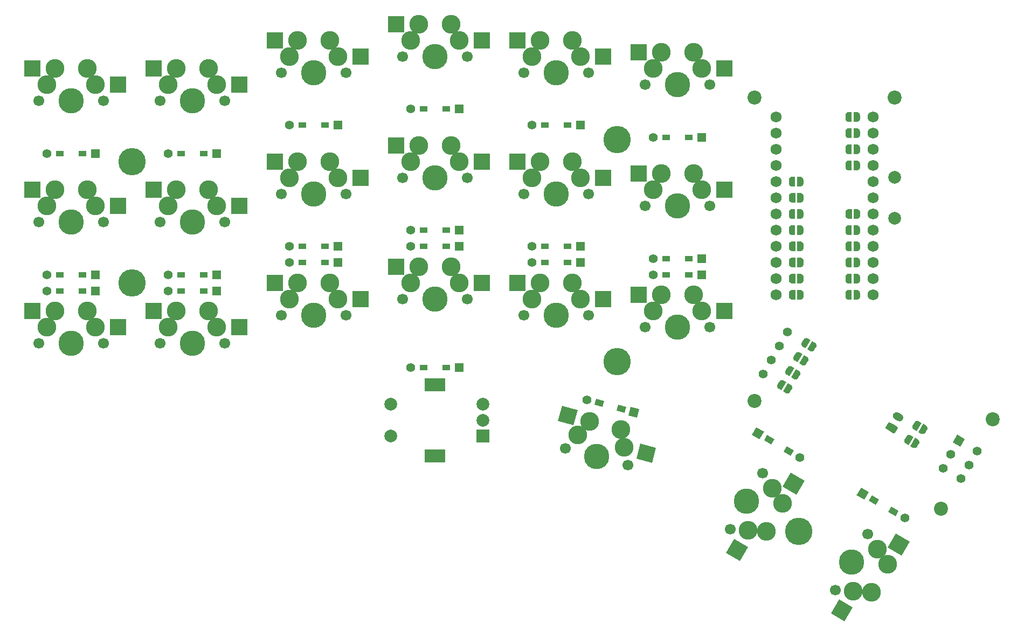
<source format=gbr>
%TF.GenerationSoftware,KiCad,Pcbnew,(5.1.9-0-10_14)*%
%TF.CreationDate,2021-10-14T21:57:33+01:00*%
%TF.ProjectId,edoxpcb,65646f78-7063-4622-9e6b-696361645f70,rev?*%
%TF.SameCoordinates,Original*%
%TF.FileFunction,Soldermask,Top*%
%TF.FilePolarity,Negative*%
%FSLAX46Y46*%
G04 Gerber Fmt 4.6, Leading zero omitted, Abs format (unit mm)*
G04 Created by KiCad (PCBNEW (5.1.9-0-10_14)) date 2021-10-14 21:57:33*
%MOMM*%
%LPD*%
G01*
G04 APERTURE LIST*
%ADD10C,4.300000*%
%ADD11C,1.752600*%
%ADD12C,1.397000*%
%ADD13R,2.000000X2.000000*%
%ADD14C,2.000000*%
%ADD15R,3.200000X2.000000*%
%ADD16C,1.700000*%
%ADD17R,2.550000X2.500000*%
%ADD18C,2.950000*%
%ADD19C,3.980180*%
%ADD20C,0.100000*%
%ADD21C,1.400000*%
%ADD22C,2.200000*%
%ADD23R,1.300000X0.950000*%
%ADD24R,1.397000X1.397000*%
G04 APERTURE END LIST*
D10*
%TO.C,H5*%
X57746536Y-49946449D03*
%TD*%
D11*
%TO.C,U0*%
X97966533Y-34401450D03*
X97966533Y-14081450D03*
X82726533Y-21701450D03*
X82726533Y-19161450D03*
X97966533Y-26781450D03*
X97966533Y-29321450D03*
X82726533Y-11541450D03*
X82726533Y-14081450D03*
X82726533Y-34401450D03*
X97966533Y-11541450D03*
X97966533Y-16621450D03*
X97966533Y-39481450D03*
X97966533Y-31861450D03*
X97966533Y-36941450D03*
X82726533Y-29321450D03*
X82726533Y-16621450D03*
X82726533Y-24241450D03*
X97966533Y-21701450D03*
X97966533Y-19161450D03*
X82726533Y-26781450D03*
X82726533Y-36941450D03*
X82726533Y-31861450D03*
X97966533Y-24241450D03*
X82726533Y-39481450D03*
%TD*%
D12*
%TO.C,OL1*%
X80685531Y-51959564D03*
X81955531Y-49759859D03*
X83225531Y-47560155D03*
X84495531Y-45360450D03*
%TD*%
D13*
%TO.C,SW32*%
X36672154Y-61710810D03*
D14*
X36672154Y-59210810D03*
X36672154Y-56710810D03*
D15*
X29172154Y-64810810D03*
X29172154Y-53610810D03*
D14*
X22172154Y-61710810D03*
X22172154Y-56710810D03*
%TD*%
%TO.C,SWRST1*%
X101371531Y-27491451D03*
X101371531Y-20991451D03*
%TD*%
D16*
%TO.C,SW25*%
X72351536Y-44606447D03*
X62191536Y-44606447D03*
D17*
X74631536Y-42066447D03*
D18*
X64731536Y-39526447D03*
X69811536Y-39526447D03*
X63461536Y-42066447D03*
D19*
X67271536Y-44606447D03*
D17*
X61181536Y-39526447D03*
D18*
X71081536Y-42066447D03*
%TD*%
D20*
%TO.C,SWPOW1*%
G36*
X111204377Y-61439526D02*
G01*
X112416813Y-62139526D01*
X111716813Y-63351962D01*
X110504377Y-62651962D01*
X111204377Y-61439526D01*
G37*
D21*
X110210595Y-64560808D03*
X108960595Y-66725871D03*
X114318479Y-64045744D03*
X113068479Y-66210808D03*
X111818479Y-68375871D03*
%TD*%
%TO.C,BT1*%
G36*
G01*
X101145800Y-61220590D02*
X100063266Y-60595589D01*
G75*
G02*
X99971761Y-60254085I125000J216505D01*
G01*
X100321762Y-59647866D01*
G75*
G02*
X100663267Y-59556360I216505J-124999D01*
G01*
X101745800Y-60181361D01*
G75*
G02*
X101837305Y-60522865I-125000J-216505D01*
G01*
X101487304Y-61129084D01*
G75*
G02*
X101145800Y-61220590I-216505J124999D01*
G01*
G37*
G36*
G01*
X101842690Y-59313540D02*
X101366376Y-59038540D01*
G75*
G02*
X101146761Y-58218925I300000J519615D01*
G01*
X101146761Y-58218925D01*
G75*
G02*
X101966376Y-57999310I519615J-300000D01*
G01*
X102442690Y-58274310D01*
G75*
G02*
X102662305Y-59093925I-300000J-519615D01*
G01*
X102662305Y-59093925D01*
G75*
G02*
X101842690Y-59313540I-519615J300000D01*
G01*
G37*
%TD*%
D10*
%TO.C,H4*%
X86320536Y-76679450D03*
%TD*%
%TO.C,H3*%
X57746536Y-15076449D03*
%TD*%
%TO.C,H2*%
X-18453464Y-37621449D03*
%TD*%
%TO.C,H1*%
X-18453464Y-18571449D03*
%TD*%
D22*
%TO.C,H10*%
X116790536Y-59052449D03*
%TD*%
%TO.C,H9*%
X108690536Y-73082448D03*
%TD*%
%TO.C,H8*%
X79321537Y-56125448D03*
%TD*%
%TO.C,H7*%
X101371535Y-8506449D03*
%TD*%
%TO.C,H6*%
X79321536Y-8506449D03*
%TD*%
D20*
%TO.C,JPRSTF1*%
G36*
X95426533Y-15872051D02*
G01*
X95451067Y-15872051D01*
X95499898Y-15876861D01*
X95548023Y-15886433D01*
X95594978Y-15900677D01*
X95640311Y-15919454D01*
X95683584Y-15942585D01*
X95724383Y-15969845D01*
X95762312Y-16000973D01*
X95797009Y-16035670D01*
X95828137Y-16073599D01*
X95855397Y-16114398D01*
X95878528Y-16157671D01*
X95897305Y-16203004D01*
X95911549Y-16249959D01*
X95921121Y-16298084D01*
X95925931Y-16346915D01*
X95925931Y-16371449D01*
X95926533Y-16371449D01*
X95926533Y-16871449D01*
X95925931Y-16871449D01*
X95925931Y-16895983D01*
X95921121Y-16944814D01*
X95911549Y-16992939D01*
X95897305Y-17039894D01*
X95878528Y-17085227D01*
X95855397Y-17128500D01*
X95828137Y-17169299D01*
X95797009Y-17207228D01*
X95762312Y-17241925D01*
X95724383Y-17273053D01*
X95683584Y-17300313D01*
X95640311Y-17323444D01*
X95594978Y-17342221D01*
X95548023Y-17356465D01*
X95499898Y-17366037D01*
X95451067Y-17370847D01*
X95426533Y-17370847D01*
X95426533Y-17371449D01*
X94926533Y-17371449D01*
X94926533Y-15871449D01*
X95426533Y-15871449D01*
X95426533Y-15872051D01*
G37*
G36*
X94626533Y-17371449D02*
G01*
X94126533Y-17371449D01*
X94126533Y-17370847D01*
X94101999Y-17370847D01*
X94053168Y-17366037D01*
X94005043Y-17356465D01*
X93958088Y-17342221D01*
X93912755Y-17323444D01*
X93869482Y-17300313D01*
X93828683Y-17273053D01*
X93790754Y-17241925D01*
X93756057Y-17207228D01*
X93724929Y-17169299D01*
X93697669Y-17128500D01*
X93674538Y-17085227D01*
X93655761Y-17039894D01*
X93641517Y-16992939D01*
X93631945Y-16944814D01*
X93627135Y-16895983D01*
X93627135Y-16871449D01*
X93626533Y-16871449D01*
X93626533Y-16371449D01*
X93627135Y-16371449D01*
X93627135Y-16346915D01*
X93631945Y-16298084D01*
X93641517Y-16249959D01*
X93655761Y-16203004D01*
X93674538Y-16157671D01*
X93697669Y-16114398D01*
X93724929Y-16073599D01*
X93756057Y-16035670D01*
X93790754Y-16000973D01*
X93828683Y-15969845D01*
X93869482Y-15942585D01*
X93912755Y-15919454D01*
X93958088Y-15900677D01*
X94005043Y-15886433D01*
X94053168Y-15876861D01*
X94101999Y-15872051D01*
X94126533Y-15872051D01*
X94126533Y-15871449D01*
X94626533Y-15871449D01*
X94626533Y-17371449D01*
G37*
%TD*%
%TO.C,JPOVCCF1*%
G36*
X84433984Y-52055301D02*
G01*
X84412737Y-52043034D01*
X84372853Y-52014453D01*
X84335962Y-51982101D01*
X84302419Y-51946287D01*
X84272548Y-51907360D01*
X84246638Y-51865691D01*
X84224935Y-51821684D01*
X84207652Y-51775761D01*
X84194952Y-51728364D01*
X84186959Y-51679953D01*
X84183750Y-51630990D01*
X84185355Y-51581949D01*
X84191760Y-51533301D01*
X84202902Y-51485515D01*
X84218675Y-51439051D01*
X84238925Y-51394357D01*
X84251192Y-51373110D01*
X84250670Y-51372809D01*
X84500670Y-50939797D01*
X84501192Y-50940098D01*
X84513459Y-50918851D01*
X84542040Y-50878967D01*
X84574392Y-50842075D01*
X84610205Y-50808533D01*
X84649133Y-50778662D01*
X84690801Y-50752752D01*
X84734809Y-50731049D01*
X84780731Y-50713766D01*
X84828128Y-50701066D01*
X84876539Y-50693072D01*
X84925502Y-50689864D01*
X84974543Y-50691468D01*
X85023191Y-50697874D01*
X85070978Y-50709015D01*
X85117441Y-50724788D01*
X85162135Y-50745038D01*
X85183382Y-50757305D01*
X85183683Y-50756784D01*
X85616696Y-51006784D01*
X84866696Y-52305822D01*
X84433683Y-52055822D01*
X84433984Y-52055301D01*
G37*
G36*
X85876504Y-51156784D02*
G01*
X86309517Y-51406784D01*
X86309216Y-51407305D01*
X86330463Y-51419572D01*
X86370347Y-51448153D01*
X86407238Y-51480505D01*
X86440781Y-51516319D01*
X86470652Y-51555246D01*
X86496562Y-51596915D01*
X86518265Y-51640922D01*
X86535548Y-51686845D01*
X86548248Y-51734242D01*
X86556241Y-51782653D01*
X86559450Y-51831616D01*
X86557845Y-51880657D01*
X86551440Y-51929305D01*
X86540298Y-51977091D01*
X86524525Y-52023555D01*
X86504275Y-52068249D01*
X86492008Y-52089496D01*
X86492530Y-52089797D01*
X86242530Y-52522809D01*
X86242008Y-52522508D01*
X86229741Y-52543755D01*
X86201160Y-52583639D01*
X86168808Y-52620531D01*
X86132995Y-52654073D01*
X86094067Y-52683944D01*
X86052399Y-52709854D01*
X86008391Y-52731557D01*
X85962469Y-52748840D01*
X85915072Y-52761540D01*
X85866661Y-52769534D01*
X85817698Y-52772742D01*
X85768657Y-52771138D01*
X85720009Y-52764732D01*
X85672222Y-52753591D01*
X85625759Y-52737818D01*
X85581065Y-52717568D01*
X85559818Y-52705301D01*
X85559517Y-52705822D01*
X85126504Y-52455822D01*
X85876504Y-51156784D01*
G37*
%TD*%
%TO.C,JPOSDAF1*%
G36*
X86973986Y-47655892D02*
G01*
X86952739Y-47643625D01*
X86912855Y-47615044D01*
X86875964Y-47582692D01*
X86842421Y-47546878D01*
X86812550Y-47507951D01*
X86786640Y-47466282D01*
X86764937Y-47422275D01*
X86747654Y-47376352D01*
X86734954Y-47328955D01*
X86726961Y-47280544D01*
X86723752Y-47231581D01*
X86725357Y-47182540D01*
X86731762Y-47133892D01*
X86742904Y-47086106D01*
X86758677Y-47039642D01*
X86778927Y-46994948D01*
X86791194Y-46973701D01*
X86790672Y-46973400D01*
X87040672Y-46540388D01*
X87041194Y-46540689D01*
X87053461Y-46519442D01*
X87082042Y-46479558D01*
X87114394Y-46442666D01*
X87150207Y-46409124D01*
X87189135Y-46379253D01*
X87230803Y-46353343D01*
X87274811Y-46331640D01*
X87320733Y-46314357D01*
X87368130Y-46301657D01*
X87416541Y-46293663D01*
X87465504Y-46290455D01*
X87514545Y-46292059D01*
X87563193Y-46298465D01*
X87610980Y-46309606D01*
X87657443Y-46325379D01*
X87702137Y-46345629D01*
X87723384Y-46357896D01*
X87723685Y-46357375D01*
X88156698Y-46607375D01*
X87406698Y-47906413D01*
X86973685Y-47656413D01*
X86973986Y-47655892D01*
G37*
G36*
X88416506Y-46757375D02*
G01*
X88849519Y-47007375D01*
X88849218Y-47007896D01*
X88870465Y-47020163D01*
X88910349Y-47048744D01*
X88947240Y-47081096D01*
X88980783Y-47116910D01*
X89010654Y-47155837D01*
X89036564Y-47197506D01*
X89058267Y-47241513D01*
X89075550Y-47287436D01*
X89088250Y-47334833D01*
X89096243Y-47383244D01*
X89099452Y-47432207D01*
X89097847Y-47481248D01*
X89091442Y-47529896D01*
X89080300Y-47577682D01*
X89064527Y-47624146D01*
X89044277Y-47668840D01*
X89032010Y-47690087D01*
X89032532Y-47690388D01*
X88782532Y-48123400D01*
X88782010Y-48123099D01*
X88769743Y-48144346D01*
X88741162Y-48184230D01*
X88708810Y-48221122D01*
X88672997Y-48254664D01*
X88634069Y-48284535D01*
X88592401Y-48310445D01*
X88548393Y-48332148D01*
X88502471Y-48349431D01*
X88455074Y-48362131D01*
X88406663Y-48370125D01*
X88357700Y-48373333D01*
X88308659Y-48371729D01*
X88260011Y-48365323D01*
X88212224Y-48354182D01*
X88165761Y-48338409D01*
X88121067Y-48318159D01*
X88099820Y-48305892D01*
X88099519Y-48306413D01*
X87666506Y-48056413D01*
X88416506Y-46757375D01*
G37*
%TD*%
%TO.C,JPOSCLF1*%
G36*
X85703988Y-49855595D02*
G01*
X85682741Y-49843328D01*
X85642857Y-49814747D01*
X85605966Y-49782395D01*
X85572423Y-49746581D01*
X85542552Y-49707654D01*
X85516642Y-49665985D01*
X85494939Y-49621978D01*
X85477656Y-49576055D01*
X85464956Y-49528658D01*
X85456963Y-49480247D01*
X85453754Y-49431284D01*
X85455359Y-49382243D01*
X85461764Y-49333595D01*
X85472906Y-49285809D01*
X85488679Y-49239345D01*
X85508929Y-49194651D01*
X85521196Y-49173404D01*
X85520674Y-49173103D01*
X85770674Y-48740091D01*
X85771196Y-48740392D01*
X85783463Y-48719145D01*
X85812044Y-48679261D01*
X85844396Y-48642369D01*
X85880209Y-48608827D01*
X85919137Y-48578956D01*
X85960805Y-48553046D01*
X86004813Y-48531343D01*
X86050735Y-48514060D01*
X86098132Y-48501360D01*
X86146543Y-48493366D01*
X86195506Y-48490158D01*
X86244547Y-48491762D01*
X86293195Y-48498168D01*
X86340982Y-48509309D01*
X86387445Y-48525082D01*
X86432139Y-48545332D01*
X86453386Y-48557599D01*
X86453687Y-48557078D01*
X86886700Y-48807078D01*
X86136700Y-50106116D01*
X85703687Y-49856116D01*
X85703988Y-49855595D01*
G37*
G36*
X87146508Y-48957078D02*
G01*
X87579521Y-49207078D01*
X87579220Y-49207599D01*
X87600467Y-49219866D01*
X87640351Y-49248447D01*
X87677242Y-49280799D01*
X87710785Y-49316613D01*
X87740656Y-49355540D01*
X87766566Y-49397209D01*
X87788269Y-49441216D01*
X87805552Y-49487139D01*
X87818252Y-49534536D01*
X87826245Y-49582947D01*
X87829454Y-49631910D01*
X87827849Y-49680951D01*
X87821444Y-49729599D01*
X87810302Y-49777385D01*
X87794529Y-49823849D01*
X87774279Y-49868543D01*
X87762012Y-49889790D01*
X87762534Y-49890091D01*
X87512534Y-50323103D01*
X87512012Y-50322802D01*
X87499745Y-50344049D01*
X87471164Y-50383933D01*
X87438812Y-50420825D01*
X87402999Y-50454367D01*
X87364071Y-50484238D01*
X87322403Y-50510148D01*
X87278395Y-50531851D01*
X87232473Y-50549134D01*
X87185076Y-50561834D01*
X87136665Y-50569828D01*
X87087702Y-50573036D01*
X87038661Y-50571432D01*
X86990013Y-50565026D01*
X86942226Y-50553885D01*
X86895763Y-50538112D01*
X86851069Y-50517862D01*
X86829822Y-50505595D01*
X86829521Y-50506116D01*
X86396508Y-50256116D01*
X87146508Y-48957078D01*
G37*
%TD*%
%TO.C,JPOGNDF1*%
G36*
X83163985Y-54255005D02*
G01*
X83142738Y-54242738D01*
X83102854Y-54214157D01*
X83065963Y-54181805D01*
X83032420Y-54145991D01*
X83002549Y-54107064D01*
X82976639Y-54065395D01*
X82954936Y-54021388D01*
X82937653Y-53975465D01*
X82924953Y-53928068D01*
X82916960Y-53879657D01*
X82913751Y-53830694D01*
X82915356Y-53781653D01*
X82921761Y-53733005D01*
X82932903Y-53685219D01*
X82948676Y-53638755D01*
X82968926Y-53594061D01*
X82981193Y-53572814D01*
X82980671Y-53572513D01*
X83230671Y-53139501D01*
X83231193Y-53139802D01*
X83243460Y-53118555D01*
X83272041Y-53078671D01*
X83304393Y-53041779D01*
X83340206Y-53008237D01*
X83379134Y-52978366D01*
X83420802Y-52952456D01*
X83464810Y-52930753D01*
X83510732Y-52913470D01*
X83558129Y-52900770D01*
X83606540Y-52892776D01*
X83655503Y-52889568D01*
X83704544Y-52891172D01*
X83753192Y-52897578D01*
X83800979Y-52908719D01*
X83847442Y-52924492D01*
X83892136Y-52944742D01*
X83913383Y-52957009D01*
X83913684Y-52956488D01*
X84346697Y-53206488D01*
X83596697Y-54505526D01*
X83163684Y-54255526D01*
X83163985Y-54255005D01*
G37*
G36*
X84606505Y-53356488D02*
G01*
X85039518Y-53606488D01*
X85039217Y-53607009D01*
X85060464Y-53619276D01*
X85100348Y-53647857D01*
X85137239Y-53680209D01*
X85170782Y-53716023D01*
X85200653Y-53754950D01*
X85226563Y-53796619D01*
X85248266Y-53840626D01*
X85265549Y-53886549D01*
X85278249Y-53933946D01*
X85286242Y-53982357D01*
X85289451Y-54031320D01*
X85287846Y-54080361D01*
X85281441Y-54129009D01*
X85270299Y-54176795D01*
X85254526Y-54223259D01*
X85234276Y-54267953D01*
X85222009Y-54289200D01*
X85222531Y-54289501D01*
X84972531Y-54722513D01*
X84972009Y-54722212D01*
X84959742Y-54743459D01*
X84931161Y-54783343D01*
X84898809Y-54820235D01*
X84862996Y-54853777D01*
X84824068Y-54883648D01*
X84782400Y-54909558D01*
X84738392Y-54931261D01*
X84692470Y-54948544D01*
X84645073Y-54961244D01*
X84596662Y-54969238D01*
X84547699Y-54972446D01*
X84498658Y-54970842D01*
X84450010Y-54964436D01*
X84402223Y-54953295D01*
X84355760Y-54937522D01*
X84311066Y-54917272D01*
X84289819Y-54905005D01*
X84289518Y-54905526D01*
X83856505Y-54655526D01*
X84606505Y-53356488D01*
G37*
%TD*%
D16*
%TO.C,SW35*%
X92029533Y-85840857D03*
X97109533Y-77042039D03*
D20*
G36*
X92644206Y-87356213D02*
G01*
X94809270Y-88606213D01*
X93534270Y-90814577D01*
X91369206Y-89564577D01*
X92644206Y-87356213D01*
G37*
D18*
X100238942Y-81781743D03*
X97698942Y-86181153D03*
X98674238Y-79411891D03*
D19*
X94569533Y-81441448D03*
D20*
G36*
X101568910Y-76978171D02*
G01*
X103733974Y-78228171D01*
X102458974Y-80436535D01*
X100293910Y-79186535D01*
X101568910Y-76978171D01*
G37*
D18*
X94864238Y-86011005D03*
%TD*%
D16*
%TO.C,SW34*%
X75531535Y-76315858D03*
X80611535Y-67517040D03*
D20*
G36*
X76146208Y-77831214D02*
G01*
X78311272Y-79081214D01*
X77036272Y-81289578D01*
X74871208Y-80039578D01*
X76146208Y-77831214D01*
G37*
D18*
X83740944Y-72256744D03*
X81200944Y-76656154D03*
X82176240Y-69886892D03*
D19*
X78071535Y-71916449D03*
D20*
G36*
X85070912Y-67453172D02*
G01*
X87235976Y-68703172D01*
X85960976Y-70911536D01*
X83795912Y-69661536D01*
X85070912Y-67453172D01*
G37*
D18*
X78366240Y-76486006D03*
%TD*%
D16*
%TO.C,SW33*%
X59478434Y-66241246D03*
X49664628Y-63611644D03*
D20*
G36*
X60783066Y-65255315D02*
G01*
X61430113Y-62840500D01*
X63893224Y-63500489D01*
X63246177Y-65915304D01*
X60783066Y-65255315D01*
G37*
D18*
X53432880Y-59362141D03*
X58339783Y-60676942D03*
X51548754Y-61486893D03*
D19*
X54571531Y-64926445D03*
D20*
G36*
X48448764Y-59320747D02*
G01*
X49095811Y-56905932D01*
X51558922Y-57565921D01*
X50911875Y-59980736D01*
X48448764Y-59320747D01*
G37*
D18*
X58909109Y-63459094D03*
%TD*%
D16*
%TO.C,SW24*%
X53301532Y-42701449D03*
X43141532Y-42701449D03*
D17*
X55581532Y-40161449D03*
D18*
X45681532Y-37621449D03*
X50761532Y-37621449D03*
X44411532Y-40161449D03*
D19*
X48221532Y-42701449D03*
D17*
X42131532Y-37621449D03*
D18*
X52031532Y-40161449D03*
%TD*%
D16*
%TO.C,SW23*%
X34251535Y-40161449D03*
X24091535Y-40161449D03*
D17*
X36531535Y-37621449D03*
D18*
X26631535Y-35081449D03*
X31711535Y-35081449D03*
X25361535Y-37621449D03*
D19*
X29171535Y-40161449D03*
D17*
X23081535Y-35081449D03*
D18*
X32981535Y-37621449D03*
%TD*%
D16*
%TO.C,SW22*%
X15201532Y-42701449D03*
X5041532Y-42701449D03*
D17*
X17481532Y-40161449D03*
D18*
X7581532Y-37621449D03*
X12661532Y-37621449D03*
X6311532Y-40161449D03*
D19*
X10121532Y-42701449D03*
D17*
X4031532Y-37621449D03*
D18*
X13931532Y-40161449D03*
%TD*%
D16*
%TO.C,SW21*%
X-3848468Y-47146449D03*
X-14008468Y-47146449D03*
D17*
X-1568468Y-44606449D03*
D18*
X-11468468Y-42066449D03*
X-6388468Y-42066449D03*
X-12738468Y-44606449D03*
D19*
X-8928468Y-47146449D03*
D17*
X-15018468Y-42066449D03*
D18*
X-5118468Y-44606449D03*
%TD*%
D16*
%TO.C,SW20*%
X-22898468Y-47146449D03*
X-33058468Y-47146449D03*
D17*
X-20618468Y-44606449D03*
D18*
X-30518468Y-42066449D03*
X-25438468Y-42066449D03*
X-31788468Y-44606449D03*
D19*
X-27978468Y-47146449D03*
D17*
X-34068468Y-42066449D03*
D18*
X-24168468Y-44606449D03*
%TD*%
D16*
%TO.C,SW15*%
X72351534Y-25556446D03*
X62191534Y-25556446D03*
D17*
X74631534Y-23016446D03*
D18*
X64731534Y-20476446D03*
X69811534Y-20476446D03*
X63461534Y-23016446D03*
D19*
X67271534Y-25556446D03*
D17*
X61181534Y-20476446D03*
D18*
X71081534Y-23016446D03*
%TD*%
D16*
%TO.C,SW14*%
X53301532Y-23651449D03*
X43141532Y-23651449D03*
D17*
X55581532Y-21111449D03*
D18*
X45681532Y-18571449D03*
X50761532Y-18571449D03*
X44411532Y-21111449D03*
D19*
X48221532Y-23651449D03*
D17*
X42131532Y-18571449D03*
D18*
X52031532Y-21111449D03*
%TD*%
D16*
%TO.C,SW13*%
X34251535Y-21111449D03*
X24091535Y-21111449D03*
D17*
X36531535Y-18571449D03*
D18*
X26631535Y-16031449D03*
X31711535Y-16031449D03*
X25361535Y-18571449D03*
D19*
X29171535Y-21111449D03*
D17*
X23081535Y-16031449D03*
D18*
X32981535Y-18571449D03*
%TD*%
D16*
%TO.C,SW12*%
X15201535Y-23651450D03*
X5041535Y-23651450D03*
D17*
X17481535Y-21111450D03*
D18*
X7581535Y-18571450D03*
X12661535Y-18571450D03*
X6311535Y-21111450D03*
D19*
X10121535Y-23651450D03*
D17*
X4031535Y-18571450D03*
D18*
X13931535Y-21111450D03*
%TD*%
D16*
%TO.C,SW11*%
X-3848469Y-28096449D03*
X-14008469Y-28096449D03*
D17*
X-1568469Y-25556449D03*
D18*
X-11468469Y-23016449D03*
X-6388469Y-23016449D03*
X-12738469Y-25556449D03*
D19*
X-8928469Y-28096449D03*
D17*
X-15018469Y-23016449D03*
D18*
X-5118469Y-25556449D03*
%TD*%
D16*
%TO.C,SW10*%
X-22898468Y-28096449D03*
X-33058468Y-28096449D03*
D17*
X-20618468Y-25556449D03*
D18*
X-30518468Y-23016449D03*
X-25438468Y-23016449D03*
X-31788468Y-25556449D03*
D19*
X-27978468Y-28096449D03*
D17*
X-34068468Y-23016449D03*
D18*
X-24168468Y-25556449D03*
%TD*%
D16*
%TO.C,SW5*%
X72351531Y-6506449D03*
X62191531Y-6506449D03*
D17*
X74631531Y-3966449D03*
D18*
X64731531Y-1426449D03*
X69811531Y-1426449D03*
X63461531Y-3966449D03*
D19*
X67271531Y-6506449D03*
D17*
X61181531Y-1426449D03*
D18*
X71081531Y-3966449D03*
%TD*%
D16*
%TO.C,SW4*%
X53301532Y-4601451D03*
X43141532Y-4601451D03*
D17*
X55581532Y-2061451D03*
D18*
X45681532Y478549D03*
X50761532Y478549D03*
X44411532Y-2061451D03*
D19*
X48221532Y-4601451D03*
D17*
X42131532Y478549D03*
D18*
X52031532Y-2061451D03*
%TD*%
D16*
%TO.C,SW3*%
X34251534Y-2061450D03*
X24091534Y-2061450D03*
D17*
X36531534Y478550D03*
D18*
X26631534Y3018550D03*
X31711534Y3018550D03*
X25361534Y478550D03*
D19*
X29171534Y-2061450D03*
D17*
X23081534Y3018550D03*
D18*
X32981534Y478550D03*
%TD*%
D16*
%TO.C,SW2*%
X15201536Y-4601450D03*
X5041536Y-4601450D03*
D17*
X17481536Y-2061450D03*
D18*
X7581536Y478550D03*
X12661536Y478550D03*
X6311536Y-2061450D03*
D19*
X10121536Y-4601450D03*
D17*
X4031536Y478550D03*
D18*
X13931536Y-2061450D03*
%TD*%
D16*
%TO.C,SW1*%
X-3848469Y-9046451D03*
X-14008469Y-9046451D03*
D17*
X-1568469Y-6506451D03*
D18*
X-11468469Y-3966451D03*
X-6388469Y-3966451D03*
X-12738469Y-6506451D03*
D19*
X-8928469Y-9046451D03*
D17*
X-15018469Y-3966451D03*
D18*
X-5118469Y-6506451D03*
%TD*%
D16*
%TO.C,SW0*%
X-22898464Y-9046449D03*
X-33058464Y-9046449D03*
D17*
X-20618464Y-6506449D03*
D18*
X-30518464Y-3966449D03*
X-25438464Y-3966449D03*
X-31788464Y-6506449D03*
D19*
X-27978464Y-9046449D03*
D17*
X-34068464Y-3966449D03*
D18*
X-24168464Y-6506449D03*
%TD*%
D20*
%TO.C,JP-F1*%
G36*
X104401473Y-60651594D02*
G01*
X104380226Y-60639327D01*
X104340342Y-60610746D01*
X104303451Y-60578394D01*
X104269908Y-60542580D01*
X104240037Y-60503653D01*
X104214127Y-60461984D01*
X104192424Y-60417977D01*
X104175141Y-60372054D01*
X104162441Y-60324657D01*
X104154448Y-60276246D01*
X104151239Y-60227283D01*
X104152844Y-60178242D01*
X104159249Y-60129594D01*
X104170391Y-60081808D01*
X104186164Y-60035344D01*
X104206414Y-59990650D01*
X104218681Y-59969403D01*
X104218159Y-59969102D01*
X104468159Y-59536090D01*
X104468681Y-59536391D01*
X104480948Y-59515144D01*
X104509529Y-59475260D01*
X104541881Y-59438368D01*
X104577694Y-59404826D01*
X104616622Y-59374955D01*
X104658290Y-59349045D01*
X104702298Y-59327342D01*
X104748220Y-59310059D01*
X104795617Y-59297359D01*
X104844028Y-59289365D01*
X104892991Y-59286157D01*
X104942032Y-59287761D01*
X104990680Y-59294167D01*
X105038467Y-59305308D01*
X105084930Y-59321081D01*
X105129624Y-59341331D01*
X105150871Y-59353598D01*
X105151172Y-59353077D01*
X105584185Y-59603077D01*
X104834185Y-60902115D01*
X104401172Y-60652115D01*
X104401473Y-60651594D01*
G37*
G36*
X105843993Y-59753077D02*
G01*
X106277006Y-60003077D01*
X106276705Y-60003598D01*
X106297952Y-60015865D01*
X106337836Y-60044446D01*
X106374727Y-60076798D01*
X106408270Y-60112612D01*
X106438141Y-60151539D01*
X106464051Y-60193208D01*
X106485754Y-60237215D01*
X106503037Y-60283138D01*
X106515737Y-60330535D01*
X106523730Y-60378946D01*
X106526939Y-60427909D01*
X106525334Y-60476950D01*
X106518929Y-60525598D01*
X106507787Y-60573384D01*
X106492014Y-60619848D01*
X106471764Y-60664542D01*
X106459497Y-60685789D01*
X106460019Y-60686090D01*
X106210019Y-61119102D01*
X106209497Y-61118801D01*
X106197230Y-61140048D01*
X106168649Y-61179932D01*
X106136297Y-61216824D01*
X106100484Y-61250366D01*
X106061556Y-61280237D01*
X106019888Y-61306147D01*
X105975880Y-61327850D01*
X105929958Y-61345133D01*
X105882561Y-61357833D01*
X105834150Y-61365827D01*
X105785187Y-61369035D01*
X105736146Y-61367431D01*
X105687498Y-61361025D01*
X105639711Y-61349884D01*
X105593248Y-61334111D01*
X105548554Y-61313861D01*
X105527307Y-61301594D01*
X105527006Y-61302115D01*
X105093993Y-61052115D01*
X105843993Y-59753077D01*
G37*
%TD*%
%TO.C,JP+F1*%
G36*
X103131473Y-62851299D02*
G01*
X103110226Y-62839032D01*
X103070342Y-62810451D01*
X103033451Y-62778099D01*
X102999908Y-62742285D01*
X102970037Y-62703358D01*
X102944127Y-62661689D01*
X102922424Y-62617682D01*
X102905141Y-62571759D01*
X102892441Y-62524362D01*
X102884448Y-62475951D01*
X102881239Y-62426988D01*
X102882844Y-62377947D01*
X102889249Y-62329299D01*
X102900391Y-62281513D01*
X102916164Y-62235049D01*
X102936414Y-62190355D01*
X102948681Y-62169108D01*
X102948159Y-62168807D01*
X103198159Y-61735795D01*
X103198681Y-61736096D01*
X103210948Y-61714849D01*
X103239529Y-61674965D01*
X103271881Y-61638073D01*
X103307694Y-61604531D01*
X103346622Y-61574660D01*
X103388290Y-61548750D01*
X103432298Y-61527047D01*
X103478220Y-61509764D01*
X103525617Y-61497064D01*
X103574028Y-61489070D01*
X103622991Y-61485862D01*
X103672032Y-61487466D01*
X103720680Y-61493872D01*
X103768467Y-61505013D01*
X103814930Y-61520786D01*
X103859624Y-61541036D01*
X103880871Y-61553303D01*
X103881172Y-61552782D01*
X104314185Y-61802782D01*
X103564185Y-63101820D01*
X103131172Y-62851820D01*
X103131473Y-62851299D01*
G37*
G36*
X104573993Y-61952782D02*
G01*
X105007006Y-62202782D01*
X105006705Y-62203303D01*
X105027952Y-62215570D01*
X105067836Y-62244151D01*
X105104727Y-62276503D01*
X105138270Y-62312317D01*
X105168141Y-62351244D01*
X105194051Y-62392913D01*
X105215754Y-62436920D01*
X105233037Y-62482843D01*
X105245737Y-62530240D01*
X105253730Y-62578651D01*
X105256939Y-62627614D01*
X105255334Y-62676655D01*
X105248929Y-62725303D01*
X105237787Y-62773089D01*
X105222014Y-62819553D01*
X105201764Y-62864247D01*
X105189497Y-62885494D01*
X105190019Y-62885795D01*
X104940019Y-63318807D01*
X104939497Y-63318506D01*
X104927230Y-63339753D01*
X104898649Y-63379637D01*
X104866297Y-63416529D01*
X104830484Y-63450071D01*
X104791556Y-63479942D01*
X104749888Y-63505852D01*
X104705880Y-63527555D01*
X104659958Y-63544838D01*
X104612561Y-63557538D01*
X104564150Y-63565532D01*
X104515187Y-63568740D01*
X104466146Y-63567136D01*
X104417498Y-63560730D01*
X104369711Y-63549589D01*
X104323248Y-63533816D01*
X104278554Y-63513566D01*
X104257307Y-63501299D01*
X104257006Y-63501820D01*
X103823993Y-63251820D01*
X104573993Y-61952782D01*
G37*
%TD*%
%TO.C,JPVCCF1*%
G36*
X95426531Y-18412049D02*
G01*
X95451065Y-18412049D01*
X95499896Y-18416859D01*
X95548021Y-18426431D01*
X95594976Y-18440675D01*
X95640309Y-18459452D01*
X95683582Y-18482583D01*
X95724381Y-18509843D01*
X95762310Y-18540971D01*
X95797007Y-18575668D01*
X95828135Y-18613597D01*
X95855395Y-18654396D01*
X95878526Y-18697669D01*
X95897303Y-18743002D01*
X95911547Y-18789957D01*
X95921119Y-18838082D01*
X95925929Y-18886913D01*
X95925929Y-18911447D01*
X95926531Y-18911447D01*
X95926531Y-19411447D01*
X95925929Y-19411447D01*
X95925929Y-19435981D01*
X95921119Y-19484812D01*
X95911547Y-19532937D01*
X95897303Y-19579892D01*
X95878526Y-19625225D01*
X95855395Y-19668498D01*
X95828135Y-19709297D01*
X95797007Y-19747226D01*
X95762310Y-19781923D01*
X95724381Y-19813051D01*
X95683582Y-19840311D01*
X95640309Y-19863442D01*
X95594976Y-19882219D01*
X95548021Y-19896463D01*
X95499896Y-19906035D01*
X95451065Y-19910845D01*
X95426531Y-19910845D01*
X95426531Y-19911447D01*
X94926531Y-19911447D01*
X94926531Y-18411447D01*
X95426531Y-18411447D01*
X95426531Y-18412049D01*
G37*
G36*
X94626531Y-19911447D02*
G01*
X94126531Y-19911447D01*
X94126531Y-19910845D01*
X94101997Y-19910845D01*
X94053166Y-19906035D01*
X94005041Y-19896463D01*
X93958086Y-19882219D01*
X93912753Y-19863442D01*
X93869480Y-19840311D01*
X93828681Y-19813051D01*
X93790752Y-19781923D01*
X93756055Y-19747226D01*
X93724927Y-19709297D01*
X93697667Y-19668498D01*
X93674536Y-19625225D01*
X93655759Y-19579892D01*
X93641515Y-19532937D01*
X93631943Y-19484812D01*
X93627133Y-19435981D01*
X93627133Y-19411447D01*
X93626531Y-19411447D01*
X93626531Y-18911447D01*
X93627133Y-18911447D01*
X93627133Y-18886913D01*
X93631943Y-18838082D01*
X93641515Y-18789957D01*
X93655759Y-18743002D01*
X93674536Y-18697669D01*
X93697667Y-18654396D01*
X93724927Y-18613597D01*
X93756055Y-18575668D01*
X93790752Y-18540971D01*
X93828681Y-18509843D01*
X93869480Y-18482583D01*
X93912753Y-18459452D01*
X93958086Y-18440675D01*
X94005041Y-18426431D01*
X94053166Y-18416859D01*
X94101997Y-18412049D01*
X94126531Y-18412049D01*
X94126531Y-18411447D01*
X94626531Y-18411447D01*
X94626531Y-19911447D01*
G37*
%TD*%
%TO.C,JPSDAF1*%
G36*
X85236533Y-22450847D02*
G01*
X85211999Y-22450847D01*
X85163168Y-22446037D01*
X85115043Y-22436465D01*
X85068088Y-22422221D01*
X85022755Y-22403444D01*
X84979482Y-22380313D01*
X84938683Y-22353053D01*
X84900754Y-22321925D01*
X84866057Y-22287228D01*
X84834929Y-22249299D01*
X84807669Y-22208500D01*
X84784538Y-22165227D01*
X84765761Y-22119894D01*
X84751517Y-22072939D01*
X84741945Y-22024814D01*
X84737135Y-21975983D01*
X84737135Y-21951449D01*
X84736533Y-21951449D01*
X84736533Y-21451449D01*
X84737135Y-21451449D01*
X84737135Y-21426915D01*
X84741945Y-21378084D01*
X84751517Y-21329959D01*
X84765761Y-21283004D01*
X84784538Y-21237671D01*
X84807669Y-21194398D01*
X84834929Y-21153599D01*
X84866057Y-21115670D01*
X84900754Y-21080973D01*
X84938683Y-21049845D01*
X84979482Y-21022585D01*
X85022755Y-20999454D01*
X85068088Y-20980677D01*
X85115043Y-20966433D01*
X85163168Y-20956861D01*
X85211999Y-20952051D01*
X85236533Y-20952051D01*
X85236533Y-20951449D01*
X85736533Y-20951449D01*
X85736533Y-22451449D01*
X85236533Y-22451449D01*
X85236533Y-22450847D01*
G37*
G36*
X86036533Y-20951449D02*
G01*
X86536533Y-20951449D01*
X86536533Y-20952051D01*
X86561067Y-20952051D01*
X86609898Y-20956861D01*
X86658023Y-20966433D01*
X86704978Y-20980677D01*
X86750311Y-20999454D01*
X86793584Y-21022585D01*
X86834383Y-21049845D01*
X86872312Y-21080973D01*
X86907009Y-21115670D01*
X86938137Y-21153599D01*
X86965397Y-21194398D01*
X86988528Y-21237671D01*
X87007305Y-21283004D01*
X87021549Y-21329959D01*
X87031121Y-21378084D01*
X87035931Y-21426915D01*
X87035931Y-21451449D01*
X87036533Y-21451449D01*
X87036533Y-21951449D01*
X87035931Y-21951449D01*
X87035931Y-21975983D01*
X87031121Y-22024814D01*
X87021549Y-22072939D01*
X87007305Y-22119894D01*
X86988528Y-22165227D01*
X86965397Y-22208500D01*
X86938137Y-22249299D01*
X86907009Y-22287228D01*
X86872312Y-22321925D01*
X86834383Y-22353053D01*
X86793584Y-22380313D01*
X86750311Y-22403444D01*
X86704978Y-22422221D01*
X86658023Y-22436465D01*
X86609898Y-22446037D01*
X86561067Y-22450847D01*
X86536533Y-22450847D01*
X86536533Y-22451449D01*
X86036533Y-22451449D01*
X86036533Y-20951449D01*
G37*
%TD*%
%TO.C,JPSCLF1*%
G36*
X85251532Y-24990843D02*
G01*
X85226998Y-24990843D01*
X85178167Y-24986033D01*
X85130042Y-24976461D01*
X85083087Y-24962217D01*
X85037754Y-24943440D01*
X84994481Y-24920309D01*
X84953682Y-24893049D01*
X84915753Y-24861921D01*
X84881056Y-24827224D01*
X84849928Y-24789295D01*
X84822668Y-24748496D01*
X84799537Y-24705223D01*
X84780760Y-24659890D01*
X84766516Y-24612935D01*
X84756944Y-24564810D01*
X84752134Y-24515979D01*
X84752134Y-24491445D01*
X84751532Y-24491445D01*
X84751532Y-23991445D01*
X84752134Y-23991445D01*
X84752134Y-23966911D01*
X84756944Y-23918080D01*
X84766516Y-23869955D01*
X84780760Y-23823000D01*
X84799537Y-23777667D01*
X84822668Y-23734394D01*
X84849928Y-23693595D01*
X84881056Y-23655666D01*
X84915753Y-23620969D01*
X84953682Y-23589841D01*
X84994481Y-23562581D01*
X85037754Y-23539450D01*
X85083087Y-23520673D01*
X85130042Y-23506429D01*
X85178167Y-23496857D01*
X85226998Y-23492047D01*
X85251532Y-23492047D01*
X85251532Y-23491445D01*
X85751532Y-23491445D01*
X85751532Y-24991445D01*
X85251532Y-24991445D01*
X85251532Y-24990843D01*
G37*
G36*
X86051532Y-23491445D02*
G01*
X86551532Y-23491445D01*
X86551532Y-23492047D01*
X86576066Y-23492047D01*
X86624897Y-23496857D01*
X86673022Y-23506429D01*
X86719977Y-23520673D01*
X86765310Y-23539450D01*
X86808583Y-23562581D01*
X86849382Y-23589841D01*
X86887311Y-23620969D01*
X86922008Y-23655666D01*
X86953136Y-23693595D01*
X86980396Y-23734394D01*
X87003527Y-23777667D01*
X87022304Y-23823000D01*
X87036548Y-23869955D01*
X87046120Y-23918080D01*
X87050930Y-23966911D01*
X87050930Y-23991445D01*
X87051532Y-23991445D01*
X87051532Y-24491445D01*
X87050930Y-24491445D01*
X87050930Y-24515979D01*
X87046120Y-24564810D01*
X87036548Y-24612935D01*
X87022304Y-24659890D01*
X87003527Y-24705223D01*
X86980396Y-24748496D01*
X86953136Y-24789295D01*
X86922008Y-24827224D01*
X86887311Y-24861921D01*
X86849382Y-24893049D01*
X86808583Y-24920309D01*
X86765310Y-24943440D01*
X86719977Y-24962217D01*
X86673022Y-24976461D01*
X86624897Y-24986033D01*
X86576066Y-24990843D01*
X86551532Y-24990843D01*
X86551532Y-24991445D01*
X86051532Y-24991445D01*
X86051532Y-23491445D01*
G37*
%TD*%
%TO.C,JPR3F1*%
G36*
X85251531Y-40230846D02*
G01*
X85226997Y-40230846D01*
X85178166Y-40226036D01*
X85130041Y-40216464D01*
X85083086Y-40202220D01*
X85037753Y-40183443D01*
X84994480Y-40160312D01*
X84953681Y-40133052D01*
X84915752Y-40101924D01*
X84881055Y-40067227D01*
X84849927Y-40029298D01*
X84822667Y-39988499D01*
X84799536Y-39945226D01*
X84780759Y-39899893D01*
X84766515Y-39852938D01*
X84756943Y-39804813D01*
X84752133Y-39755982D01*
X84752133Y-39731448D01*
X84751531Y-39731448D01*
X84751531Y-39231448D01*
X84752133Y-39231448D01*
X84752133Y-39206914D01*
X84756943Y-39158083D01*
X84766515Y-39109958D01*
X84780759Y-39063003D01*
X84799536Y-39017670D01*
X84822667Y-38974397D01*
X84849927Y-38933598D01*
X84881055Y-38895669D01*
X84915752Y-38860972D01*
X84953681Y-38829844D01*
X84994480Y-38802584D01*
X85037753Y-38779453D01*
X85083086Y-38760676D01*
X85130041Y-38746432D01*
X85178166Y-38736860D01*
X85226997Y-38732050D01*
X85251531Y-38732050D01*
X85251531Y-38731448D01*
X85751531Y-38731448D01*
X85751531Y-40231448D01*
X85251531Y-40231448D01*
X85251531Y-40230846D01*
G37*
G36*
X86051531Y-38731448D02*
G01*
X86551531Y-38731448D01*
X86551531Y-38732050D01*
X86576065Y-38732050D01*
X86624896Y-38736860D01*
X86673021Y-38746432D01*
X86719976Y-38760676D01*
X86765309Y-38779453D01*
X86808582Y-38802584D01*
X86849381Y-38829844D01*
X86887310Y-38860972D01*
X86922007Y-38895669D01*
X86953135Y-38933598D01*
X86980395Y-38974397D01*
X87003526Y-39017670D01*
X87022303Y-39063003D01*
X87036547Y-39109958D01*
X87046119Y-39158083D01*
X87050929Y-39206914D01*
X87050929Y-39231448D01*
X87051531Y-39231448D01*
X87051531Y-39731448D01*
X87050929Y-39731448D01*
X87050929Y-39755982D01*
X87046119Y-39804813D01*
X87036547Y-39852938D01*
X87022303Y-39899893D01*
X87003526Y-39945226D01*
X86980395Y-39988499D01*
X86953135Y-40029298D01*
X86922007Y-40067227D01*
X86887310Y-40101924D01*
X86849381Y-40133052D01*
X86808582Y-40160312D01*
X86765309Y-40183443D01*
X86719976Y-40202220D01*
X86673021Y-40216464D01*
X86624896Y-40226036D01*
X86576065Y-40230846D01*
X86551531Y-40230846D01*
X86551531Y-40231448D01*
X86051531Y-40231448D01*
X86051531Y-38731448D01*
G37*
%TD*%
%TO.C,JPR2F1*%
G36*
X85251534Y-37690847D02*
G01*
X85227000Y-37690847D01*
X85178169Y-37686037D01*
X85130044Y-37676465D01*
X85083089Y-37662221D01*
X85037756Y-37643444D01*
X84994483Y-37620313D01*
X84953684Y-37593053D01*
X84915755Y-37561925D01*
X84881058Y-37527228D01*
X84849930Y-37489299D01*
X84822670Y-37448500D01*
X84799539Y-37405227D01*
X84780762Y-37359894D01*
X84766518Y-37312939D01*
X84756946Y-37264814D01*
X84752136Y-37215983D01*
X84752136Y-37191449D01*
X84751534Y-37191449D01*
X84751534Y-36691449D01*
X84752136Y-36691449D01*
X84752136Y-36666915D01*
X84756946Y-36618084D01*
X84766518Y-36569959D01*
X84780762Y-36523004D01*
X84799539Y-36477671D01*
X84822670Y-36434398D01*
X84849930Y-36393599D01*
X84881058Y-36355670D01*
X84915755Y-36320973D01*
X84953684Y-36289845D01*
X84994483Y-36262585D01*
X85037756Y-36239454D01*
X85083089Y-36220677D01*
X85130044Y-36206433D01*
X85178169Y-36196861D01*
X85227000Y-36192051D01*
X85251534Y-36192051D01*
X85251534Y-36191449D01*
X85751534Y-36191449D01*
X85751534Y-37691449D01*
X85251534Y-37691449D01*
X85251534Y-37690847D01*
G37*
G36*
X86051534Y-36191449D02*
G01*
X86551534Y-36191449D01*
X86551534Y-36192051D01*
X86576068Y-36192051D01*
X86624899Y-36196861D01*
X86673024Y-36206433D01*
X86719979Y-36220677D01*
X86765312Y-36239454D01*
X86808585Y-36262585D01*
X86849384Y-36289845D01*
X86887313Y-36320973D01*
X86922010Y-36355670D01*
X86953138Y-36393599D01*
X86980398Y-36434398D01*
X87003529Y-36477671D01*
X87022306Y-36523004D01*
X87036550Y-36569959D01*
X87046122Y-36618084D01*
X87050932Y-36666915D01*
X87050932Y-36691449D01*
X87051534Y-36691449D01*
X87051534Y-37191449D01*
X87050932Y-37191449D01*
X87050932Y-37215983D01*
X87046122Y-37264814D01*
X87036550Y-37312939D01*
X87022306Y-37359894D01*
X87003529Y-37405227D01*
X86980398Y-37448500D01*
X86953138Y-37489299D01*
X86922010Y-37527228D01*
X86887313Y-37561925D01*
X86849384Y-37593053D01*
X86808585Y-37620313D01*
X86765312Y-37643444D01*
X86719979Y-37662221D01*
X86673024Y-37676465D01*
X86624899Y-37686037D01*
X86576068Y-37690847D01*
X86551534Y-37690847D01*
X86551534Y-37691449D01*
X86051534Y-37691449D01*
X86051534Y-36191449D01*
G37*
%TD*%
%TO.C,JPR1F1*%
G36*
X85251531Y-35150846D02*
G01*
X85226997Y-35150846D01*
X85178166Y-35146036D01*
X85130041Y-35136464D01*
X85083086Y-35122220D01*
X85037753Y-35103443D01*
X84994480Y-35080312D01*
X84953681Y-35053052D01*
X84915752Y-35021924D01*
X84881055Y-34987227D01*
X84849927Y-34949298D01*
X84822667Y-34908499D01*
X84799536Y-34865226D01*
X84780759Y-34819893D01*
X84766515Y-34772938D01*
X84756943Y-34724813D01*
X84752133Y-34675982D01*
X84752133Y-34651448D01*
X84751531Y-34651448D01*
X84751531Y-34151448D01*
X84752133Y-34151448D01*
X84752133Y-34126914D01*
X84756943Y-34078083D01*
X84766515Y-34029958D01*
X84780759Y-33983003D01*
X84799536Y-33937670D01*
X84822667Y-33894397D01*
X84849927Y-33853598D01*
X84881055Y-33815669D01*
X84915752Y-33780972D01*
X84953681Y-33749844D01*
X84994480Y-33722584D01*
X85037753Y-33699453D01*
X85083086Y-33680676D01*
X85130041Y-33666432D01*
X85178166Y-33656860D01*
X85226997Y-33652050D01*
X85251531Y-33652050D01*
X85251531Y-33651448D01*
X85751531Y-33651448D01*
X85751531Y-35151448D01*
X85251531Y-35151448D01*
X85251531Y-35150846D01*
G37*
G36*
X86051531Y-33651448D02*
G01*
X86551531Y-33651448D01*
X86551531Y-33652050D01*
X86576065Y-33652050D01*
X86624896Y-33656860D01*
X86673021Y-33666432D01*
X86719976Y-33680676D01*
X86765309Y-33699453D01*
X86808582Y-33722584D01*
X86849381Y-33749844D01*
X86887310Y-33780972D01*
X86922007Y-33815669D01*
X86953135Y-33853598D01*
X86980395Y-33894397D01*
X87003526Y-33937670D01*
X87022303Y-33983003D01*
X87036547Y-34029958D01*
X87046119Y-34078083D01*
X87050929Y-34126914D01*
X87050929Y-34151448D01*
X87051531Y-34151448D01*
X87051531Y-34651448D01*
X87050929Y-34651448D01*
X87050929Y-34675982D01*
X87046119Y-34724813D01*
X87036547Y-34772938D01*
X87022303Y-34819893D01*
X87003526Y-34865226D01*
X86980395Y-34908499D01*
X86953135Y-34949298D01*
X86922007Y-34987227D01*
X86887310Y-35021924D01*
X86849381Y-35053052D01*
X86808582Y-35080312D01*
X86765309Y-35103443D01*
X86719976Y-35122220D01*
X86673021Y-35136464D01*
X86624896Y-35146036D01*
X86576065Y-35150846D01*
X86551531Y-35150846D01*
X86551531Y-35151448D01*
X86051531Y-35151448D01*
X86051531Y-33651448D01*
G37*
%TD*%
%TO.C,JPR0F1*%
G36*
X85251532Y-32610846D02*
G01*
X85226998Y-32610846D01*
X85178167Y-32606036D01*
X85130042Y-32596464D01*
X85083087Y-32582220D01*
X85037754Y-32563443D01*
X84994481Y-32540312D01*
X84953682Y-32513052D01*
X84915753Y-32481924D01*
X84881056Y-32447227D01*
X84849928Y-32409298D01*
X84822668Y-32368499D01*
X84799537Y-32325226D01*
X84780760Y-32279893D01*
X84766516Y-32232938D01*
X84756944Y-32184813D01*
X84752134Y-32135982D01*
X84752134Y-32111448D01*
X84751532Y-32111448D01*
X84751532Y-31611448D01*
X84752134Y-31611448D01*
X84752134Y-31586914D01*
X84756944Y-31538083D01*
X84766516Y-31489958D01*
X84780760Y-31443003D01*
X84799537Y-31397670D01*
X84822668Y-31354397D01*
X84849928Y-31313598D01*
X84881056Y-31275669D01*
X84915753Y-31240972D01*
X84953682Y-31209844D01*
X84994481Y-31182584D01*
X85037754Y-31159453D01*
X85083087Y-31140676D01*
X85130042Y-31126432D01*
X85178167Y-31116860D01*
X85226998Y-31112050D01*
X85251532Y-31112050D01*
X85251532Y-31111448D01*
X85751532Y-31111448D01*
X85751532Y-32611448D01*
X85251532Y-32611448D01*
X85251532Y-32610846D01*
G37*
G36*
X86051532Y-31111448D02*
G01*
X86551532Y-31111448D01*
X86551532Y-31112050D01*
X86576066Y-31112050D01*
X86624897Y-31116860D01*
X86673022Y-31126432D01*
X86719977Y-31140676D01*
X86765310Y-31159453D01*
X86808583Y-31182584D01*
X86849382Y-31209844D01*
X86887311Y-31240972D01*
X86922008Y-31275669D01*
X86953136Y-31313598D01*
X86980396Y-31354397D01*
X87003527Y-31397670D01*
X87022304Y-31443003D01*
X87036548Y-31489958D01*
X87046120Y-31538083D01*
X87050930Y-31586914D01*
X87050930Y-31611448D01*
X87051532Y-31611448D01*
X87051532Y-32111448D01*
X87050930Y-32111448D01*
X87050930Y-32135982D01*
X87046120Y-32184813D01*
X87036548Y-32232938D01*
X87022304Y-32279893D01*
X87003527Y-32325226D01*
X86980396Y-32368499D01*
X86953136Y-32409298D01*
X86922008Y-32447227D01*
X86887311Y-32481924D01*
X86849382Y-32513052D01*
X86808583Y-32540312D01*
X86765310Y-32563443D01*
X86719977Y-32582220D01*
X86673022Y-32596464D01*
X86624897Y-32606036D01*
X86576066Y-32610846D01*
X86551532Y-32610846D01*
X86551532Y-32611448D01*
X86051532Y-32611448D01*
X86051532Y-31111448D01*
G37*
%TD*%
%TO.C,JPGNDF1*%
G36*
X95426531Y-13332052D02*
G01*
X95451065Y-13332052D01*
X95499896Y-13336862D01*
X95548021Y-13346434D01*
X95594976Y-13360678D01*
X95640309Y-13379455D01*
X95683582Y-13402586D01*
X95724381Y-13429846D01*
X95762310Y-13460974D01*
X95797007Y-13495671D01*
X95828135Y-13533600D01*
X95855395Y-13574399D01*
X95878526Y-13617672D01*
X95897303Y-13663005D01*
X95911547Y-13709960D01*
X95921119Y-13758085D01*
X95925929Y-13806916D01*
X95925929Y-13831450D01*
X95926531Y-13831450D01*
X95926531Y-14331450D01*
X95925929Y-14331450D01*
X95925929Y-14355984D01*
X95921119Y-14404815D01*
X95911547Y-14452940D01*
X95897303Y-14499895D01*
X95878526Y-14545228D01*
X95855395Y-14588501D01*
X95828135Y-14629300D01*
X95797007Y-14667229D01*
X95762310Y-14701926D01*
X95724381Y-14733054D01*
X95683582Y-14760314D01*
X95640309Y-14783445D01*
X95594976Y-14802222D01*
X95548021Y-14816466D01*
X95499896Y-14826038D01*
X95451065Y-14830848D01*
X95426531Y-14830848D01*
X95426531Y-14831450D01*
X94926531Y-14831450D01*
X94926531Y-13331450D01*
X95426531Y-13331450D01*
X95426531Y-13332052D01*
G37*
G36*
X94626531Y-14831450D02*
G01*
X94126531Y-14831450D01*
X94126531Y-14830848D01*
X94101997Y-14830848D01*
X94053166Y-14826038D01*
X94005041Y-14816466D01*
X93958086Y-14802222D01*
X93912753Y-14783445D01*
X93869480Y-14760314D01*
X93828681Y-14733054D01*
X93790752Y-14701926D01*
X93756055Y-14667229D01*
X93724927Y-14629300D01*
X93697667Y-14588501D01*
X93674536Y-14545228D01*
X93655759Y-14499895D01*
X93641515Y-14452940D01*
X93631943Y-14404815D01*
X93627133Y-14355984D01*
X93627133Y-14331450D01*
X93626531Y-14331450D01*
X93626531Y-13831450D01*
X93627133Y-13831450D01*
X93627133Y-13806916D01*
X93631943Y-13758085D01*
X93641515Y-13709960D01*
X93655759Y-13663005D01*
X93674536Y-13617672D01*
X93697667Y-13574399D01*
X93724927Y-13533600D01*
X93756055Y-13495671D01*
X93790752Y-13460974D01*
X93828681Y-13429846D01*
X93869480Y-13402586D01*
X93912753Y-13379455D01*
X93958086Y-13360678D01*
X94005041Y-13346434D01*
X94053166Y-13336862D01*
X94101997Y-13332052D01*
X94126531Y-13332052D01*
X94126531Y-13331450D01*
X94626531Y-13331450D01*
X94626531Y-14831450D01*
G37*
%TD*%
%TO.C,JPEBF1*%
G36*
X85236534Y-30070848D02*
G01*
X85212000Y-30070848D01*
X85163169Y-30066038D01*
X85115044Y-30056466D01*
X85068089Y-30042222D01*
X85022756Y-30023445D01*
X84979483Y-30000314D01*
X84938684Y-29973054D01*
X84900755Y-29941926D01*
X84866058Y-29907229D01*
X84834930Y-29869300D01*
X84807670Y-29828501D01*
X84784539Y-29785228D01*
X84765762Y-29739895D01*
X84751518Y-29692940D01*
X84741946Y-29644815D01*
X84737136Y-29595984D01*
X84737136Y-29571450D01*
X84736534Y-29571450D01*
X84736534Y-29071450D01*
X84737136Y-29071450D01*
X84737136Y-29046916D01*
X84741946Y-28998085D01*
X84751518Y-28949960D01*
X84765762Y-28903005D01*
X84784539Y-28857672D01*
X84807670Y-28814399D01*
X84834930Y-28773600D01*
X84866058Y-28735671D01*
X84900755Y-28700974D01*
X84938684Y-28669846D01*
X84979483Y-28642586D01*
X85022756Y-28619455D01*
X85068089Y-28600678D01*
X85115044Y-28586434D01*
X85163169Y-28576862D01*
X85212000Y-28572052D01*
X85236534Y-28572052D01*
X85236534Y-28571450D01*
X85736534Y-28571450D01*
X85736534Y-30071450D01*
X85236534Y-30071450D01*
X85236534Y-30070848D01*
G37*
G36*
X86036534Y-28571450D02*
G01*
X86536534Y-28571450D01*
X86536534Y-28572052D01*
X86561068Y-28572052D01*
X86609899Y-28576862D01*
X86658024Y-28586434D01*
X86704979Y-28600678D01*
X86750312Y-28619455D01*
X86793585Y-28642586D01*
X86834384Y-28669846D01*
X86872313Y-28700974D01*
X86907010Y-28735671D01*
X86938138Y-28773600D01*
X86965398Y-28814399D01*
X86988529Y-28857672D01*
X87007306Y-28903005D01*
X87021550Y-28949960D01*
X87031122Y-28998085D01*
X87035932Y-29046916D01*
X87035932Y-29071450D01*
X87036534Y-29071450D01*
X87036534Y-29571450D01*
X87035932Y-29571450D01*
X87035932Y-29595984D01*
X87031122Y-29644815D01*
X87021550Y-29692940D01*
X87007306Y-29739895D01*
X86988529Y-29785228D01*
X86965398Y-29828501D01*
X86938138Y-29869300D01*
X86907010Y-29907229D01*
X86872313Y-29941926D01*
X86834384Y-29973054D01*
X86793585Y-30000314D01*
X86750312Y-30023445D01*
X86704979Y-30042222D01*
X86658024Y-30056466D01*
X86609899Y-30066038D01*
X86561068Y-30070848D01*
X86536534Y-30070848D01*
X86536534Y-30071450D01*
X86036534Y-30071450D01*
X86036534Y-28571450D01*
G37*
%TD*%
%TO.C,JPEAF1*%
G36*
X85236536Y-27530849D02*
G01*
X85212002Y-27530849D01*
X85163171Y-27526039D01*
X85115046Y-27516467D01*
X85068091Y-27502223D01*
X85022758Y-27483446D01*
X84979485Y-27460315D01*
X84938686Y-27433055D01*
X84900757Y-27401927D01*
X84866060Y-27367230D01*
X84834932Y-27329301D01*
X84807672Y-27288502D01*
X84784541Y-27245229D01*
X84765764Y-27199896D01*
X84751520Y-27152941D01*
X84741948Y-27104816D01*
X84737138Y-27055985D01*
X84737138Y-27031451D01*
X84736536Y-27031451D01*
X84736536Y-26531451D01*
X84737138Y-26531451D01*
X84737138Y-26506917D01*
X84741948Y-26458086D01*
X84751520Y-26409961D01*
X84765764Y-26363006D01*
X84784541Y-26317673D01*
X84807672Y-26274400D01*
X84834932Y-26233601D01*
X84866060Y-26195672D01*
X84900757Y-26160975D01*
X84938686Y-26129847D01*
X84979485Y-26102587D01*
X85022758Y-26079456D01*
X85068091Y-26060679D01*
X85115046Y-26046435D01*
X85163171Y-26036863D01*
X85212002Y-26032053D01*
X85236536Y-26032053D01*
X85236536Y-26031451D01*
X85736536Y-26031451D01*
X85736536Y-27531451D01*
X85236536Y-27531451D01*
X85236536Y-27530849D01*
G37*
G36*
X86036536Y-26031451D02*
G01*
X86536536Y-26031451D01*
X86536536Y-26032053D01*
X86561070Y-26032053D01*
X86609901Y-26036863D01*
X86658026Y-26046435D01*
X86704981Y-26060679D01*
X86750314Y-26079456D01*
X86793587Y-26102587D01*
X86834386Y-26129847D01*
X86872315Y-26160975D01*
X86907012Y-26195672D01*
X86938140Y-26233601D01*
X86965400Y-26274400D01*
X86988531Y-26317673D01*
X87007308Y-26363006D01*
X87021552Y-26409961D01*
X87031124Y-26458086D01*
X87035934Y-26506917D01*
X87035934Y-26531451D01*
X87036536Y-26531451D01*
X87036536Y-27031451D01*
X87035934Y-27031451D01*
X87035934Y-27055985D01*
X87031124Y-27104816D01*
X87021552Y-27152941D01*
X87007308Y-27199896D01*
X86988531Y-27245229D01*
X86965400Y-27288502D01*
X86938140Y-27329301D01*
X86907012Y-27367230D01*
X86872315Y-27401927D01*
X86834386Y-27433055D01*
X86793587Y-27460315D01*
X86750314Y-27483446D01*
X86704981Y-27502223D01*
X86658026Y-27516467D01*
X86609901Y-27526039D01*
X86561070Y-27530849D01*
X86536536Y-27530849D01*
X86536536Y-27531451D01*
X86036536Y-27531451D01*
X86036536Y-26031451D01*
G37*
%TD*%
%TO.C,JPC5F1*%
G36*
X95426532Y-38732048D02*
G01*
X95451066Y-38732048D01*
X95499897Y-38736858D01*
X95548022Y-38746430D01*
X95594977Y-38760674D01*
X95640310Y-38779451D01*
X95683583Y-38802582D01*
X95724382Y-38829842D01*
X95762311Y-38860970D01*
X95797008Y-38895667D01*
X95828136Y-38933596D01*
X95855396Y-38974395D01*
X95878527Y-39017668D01*
X95897304Y-39063001D01*
X95911548Y-39109956D01*
X95921120Y-39158081D01*
X95925930Y-39206912D01*
X95925930Y-39231446D01*
X95926532Y-39231446D01*
X95926532Y-39731446D01*
X95925930Y-39731446D01*
X95925930Y-39755980D01*
X95921120Y-39804811D01*
X95911548Y-39852936D01*
X95897304Y-39899891D01*
X95878527Y-39945224D01*
X95855396Y-39988497D01*
X95828136Y-40029296D01*
X95797008Y-40067225D01*
X95762311Y-40101922D01*
X95724382Y-40133050D01*
X95683583Y-40160310D01*
X95640310Y-40183441D01*
X95594977Y-40202218D01*
X95548022Y-40216462D01*
X95499897Y-40226034D01*
X95451066Y-40230844D01*
X95426532Y-40230844D01*
X95426532Y-40231446D01*
X94926532Y-40231446D01*
X94926532Y-38731446D01*
X95426532Y-38731446D01*
X95426532Y-38732048D01*
G37*
G36*
X94626532Y-40231446D02*
G01*
X94126532Y-40231446D01*
X94126532Y-40230844D01*
X94101998Y-40230844D01*
X94053167Y-40226034D01*
X94005042Y-40216462D01*
X93958087Y-40202218D01*
X93912754Y-40183441D01*
X93869481Y-40160310D01*
X93828682Y-40133050D01*
X93790753Y-40101922D01*
X93756056Y-40067225D01*
X93724928Y-40029296D01*
X93697668Y-39988497D01*
X93674537Y-39945224D01*
X93655760Y-39899891D01*
X93641516Y-39852936D01*
X93631944Y-39804811D01*
X93627134Y-39755980D01*
X93627134Y-39731446D01*
X93626532Y-39731446D01*
X93626532Y-39231446D01*
X93627134Y-39231446D01*
X93627134Y-39206912D01*
X93631944Y-39158081D01*
X93641516Y-39109956D01*
X93655760Y-39063001D01*
X93674537Y-39017668D01*
X93697668Y-38974395D01*
X93724928Y-38933596D01*
X93756056Y-38895667D01*
X93790753Y-38860970D01*
X93828682Y-38829842D01*
X93869481Y-38802582D01*
X93912754Y-38779451D01*
X93958087Y-38760674D01*
X94005042Y-38746430D01*
X94053167Y-38736858D01*
X94101998Y-38732048D01*
X94126532Y-38732048D01*
X94126532Y-38731446D01*
X94626532Y-38731446D01*
X94626532Y-40231446D01*
G37*
%TD*%
%TO.C,JPC4F1*%
G36*
X95426532Y-36192051D02*
G01*
X95451066Y-36192051D01*
X95499897Y-36196861D01*
X95548022Y-36206433D01*
X95594977Y-36220677D01*
X95640310Y-36239454D01*
X95683583Y-36262585D01*
X95724382Y-36289845D01*
X95762311Y-36320973D01*
X95797008Y-36355670D01*
X95828136Y-36393599D01*
X95855396Y-36434398D01*
X95878527Y-36477671D01*
X95897304Y-36523004D01*
X95911548Y-36569959D01*
X95921120Y-36618084D01*
X95925930Y-36666915D01*
X95925930Y-36691449D01*
X95926532Y-36691449D01*
X95926532Y-37191449D01*
X95925930Y-37191449D01*
X95925930Y-37215983D01*
X95921120Y-37264814D01*
X95911548Y-37312939D01*
X95897304Y-37359894D01*
X95878527Y-37405227D01*
X95855396Y-37448500D01*
X95828136Y-37489299D01*
X95797008Y-37527228D01*
X95762311Y-37561925D01*
X95724382Y-37593053D01*
X95683583Y-37620313D01*
X95640310Y-37643444D01*
X95594977Y-37662221D01*
X95548022Y-37676465D01*
X95499897Y-37686037D01*
X95451066Y-37690847D01*
X95426532Y-37690847D01*
X95426532Y-37691449D01*
X94926532Y-37691449D01*
X94926532Y-36191449D01*
X95426532Y-36191449D01*
X95426532Y-36192051D01*
G37*
G36*
X94626532Y-37691449D02*
G01*
X94126532Y-37691449D01*
X94126532Y-37690847D01*
X94101998Y-37690847D01*
X94053167Y-37686037D01*
X94005042Y-37676465D01*
X93958087Y-37662221D01*
X93912754Y-37643444D01*
X93869481Y-37620313D01*
X93828682Y-37593053D01*
X93790753Y-37561925D01*
X93756056Y-37527228D01*
X93724928Y-37489299D01*
X93697668Y-37448500D01*
X93674537Y-37405227D01*
X93655760Y-37359894D01*
X93641516Y-37312939D01*
X93631944Y-37264814D01*
X93627134Y-37215983D01*
X93627134Y-37191449D01*
X93626532Y-37191449D01*
X93626532Y-36691449D01*
X93627134Y-36691449D01*
X93627134Y-36666915D01*
X93631944Y-36618084D01*
X93641516Y-36569959D01*
X93655760Y-36523004D01*
X93674537Y-36477671D01*
X93697668Y-36434398D01*
X93724928Y-36393599D01*
X93756056Y-36355670D01*
X93790753Y-36320973D01*
X93828682Y-36289845D01*
X93869481Y-36262585D01*
X93912754Y-36239454D01*
X93958087Y-36220677D01*
X94005042Y-36206433D01*
X94053167Y-36196861D01*
X94101998Y-36192051D01*
X94126532Y-36192051D01*
X94126532Y-36191449D01*
X94626532Y-36191449D01*
X94626532Y-37691449D01*
G37*
%TD*%
%TO.C,JPC3F1*%
G36*
X95426532Y-33652048D02*
G01*
X95451066Y-33652048D01*
X95499897Y-33656858D01*
X95548022Y-33666430D01*
X95594977Y-33680674D01*
X95640310Y-33699451D01*
X95683583Y-33722582D01*
X95724382Y-33749842D01*
X95762311Y-33780970D01*
X95797008Y-33815667D01*
X95828136Y-33853596D01*
X95855396Y-33894395D01*
X95878527Y-33937668D01*
X95897304Y-33983001D01*
X95911548Y-34029956D01*
X95921120Y-34078081D01*
X95925930Y-34126912D01*
X95925930Y-34151446D01*
X95926532Y-34151446D01*
X95926532Y-34651446D01*
X95925930Y-34651446D01*
X95925930Y-34675980D01*
X95921120Y-34724811D01*
X95911548Y-34772936D01*
X95897304Y-34819891D01*
X95878527Y-34865224D01*
X95855396Y-34908497D01*
X95828136Y-34949296D01*
X95797008Y-34987225D01*
X95762311Y-35021922D01*
X95724382Y-35053050D01*
X95683583Y-35080310D01*
X95640310Y-35103441D01*
X95594977Y-35122218D01*
X95548022Y-35136462D01*
X95499897Y-35146034D01*
X95451066Y-35150844D01*
X95426532Y-35150844D01*
X95426532Y-35151446D01*
X94926532Y-35151446D01*
X94926532Y-33651446D01*
X95426532Y-33651446D01*
X95426532Y-33652048D01*
G37*
G36*
X94626532Y-35151446D02*
G01*
X94126532Y-35151446D01*
X94126532Y-35150844D01*
X94101998Y-35150844D01*
X94053167Y-35146034D01*
X94005042Y-35136462D01*
X93958087Y-35122218D01*
X93912754Y-35103441D01*
X93869481Y-35080310D01*
X93828682Y-35053050D01*
X93790753Y-35021922D01*
X93756056Y-34987225D01*
X93724928Y-34949296D01*
X93697668Y-34908497D01*
X93674537Y-34865224D01*
X93655760Y-34819891D01*
X93641516Y-34772936D01*
X93631944Y-34724811D01*
X93627134Y-34675980D01*
X93627134Y-34651446D01*
X93626532Y-34651446D01*
X93626532Y-34151446D01*
X93627134Y-34151446D01*
X93627134Y-34126912D01*
X93631944Y-34078081D01*
X93641516Y-34029956D01*
X93655760Y-33983001D01*
X93674537Y-33937668D01*
X93697668Y-33894395D01*
X93724928Y-33853596D01*
X93756056Y-33815667D01*
X93790753Y-33780970D01*
X93828682Y-33749842D01*
X93869481Y-33722582D01*
X93912754Y-33699451D01*
X93958087Y-33680674D01*
X94005042Y-33666430D01*
X94053167Y-33656858D01*
X94101998Y-33652048D01*
X94126532Y-33652048D01*
X94126532Y-33651446D01*
X94626532Y-33651446D01*
X94626532Y-35151446D01*
G37*
%TD*%
%TO.C,JPC2F1*%
G36*
X95426533Y-31112052D02*
G01*
X95451067Y-31112052D01*
X95499898Y-31116862D01*
X95548023Y-31126434D01*
X95594978Y-31140678D01*
X95640311Y-31159455D01*
X95683584Y-31182586D01*
X95724383Y-31209846D01*
X95762312Y-31240974D01*
X95797009Y-31275671D01*
X95828137Y-31313600D01*
X95855397Y-31354399D01*
X95878528Y-31397672D01*
X95897305Y-31443005D01*
X95911549Y-31489960D01*
X95921121Y-31538085D01*
X95925931Y-31586916D01*
X95925931Y-31611450D01*
X95926533Y-31611450D01*
X95926533Y-32111450D01*
X95925931Y-32111450D01*
X95925931Y-32135984D01*
X95921121Y-32184815D01*
X95911549Y-32232940D01*
X95897305Y-32279895D01*
X95878528Y-32325228D01*
X95855397Y-32368501D01*
X95828137Y-32409300D01*
X95797009Y-32447229D01*
X95762312Y-32481926D01*
X95724383Y-32513054D01*
X95683584Y-32540314D01*
X95640311Y-32563445D01*
X95594978Y-32582222D01*
X95548023Y-32596466D01*
X95499898Y-32606038D01*
X95451067Y-32610848D01*
X95426533Y-32610848D01*
X95426533Y-32611450D01*
X94926533Y-32611450D01*
X94926533Y-31111450D01*
X95426533Y-31111450D01*
X95426533Y-31112052D01*
G37*
G36*
X94626533Y-32611450D02*
G01*
X94126533Y-32611450D01*
X94126533Y-32610848D01*
X94101999Y-32610848D01*
X94053168Y-32606038D01*
X94005043Y-32596466D01*
X93958088Y-32582222D01*
X93912755Y-32563445D01*
X93869482Y-32540314D01*
X93828683Y-32513054D01*
X93790754Y-32481926D01*
X93756057Y-32447229D01*
X93724929Y-32409300D01*
X93697669Y-32368501D01*
X93674538Y-32325228D01*
X93655761Y-32279895D01*
X93641517Y-32232940D01*
X93631945Y-32184815D01*
X93627135Y-32135984D01*
X93627135Y-32111450D01*
X93626533Y-32111450D01*
X93626533Y-31611450D01*
X93627135Y-31611450D01*
X93627135Y-31586916D01*
X93631945Y-31538085D01*
X93641517Y-31489960D01*
X93655761Y-31443005D01*
X93674538Y-31397672D01*
X93697669Y-31354399D01*
X93724929Y-31313600D01*
X93756057Y-31275671D01*
X93790754Y-31240974D01*
X93828683Y-31209846D01*
X93869482Y-31182586D01*
X93912755Y-31159455D01*
X93958088Y-31140678D01*
X94005043Y-31126434D01*
X94053168Y-31116862D01*
X94101999Y-31112052D01*
X94126533Y-31112052D01*
X94126533Y-31111450D01*
X94626533Y-31111450D01*
X94626533Y-32611450D01*
G37*
%TD*%
%TO.C,JPC1F1*%
G36*
X95426534Y-28572052D02*
G01*
X95451068Y-28572052D01*
X95499899Y-28576862D01*
X95548024Y-28586434D01*
X95594979Y-28600678D01*
X95640312Y-28619455D01*
X95683585Y-28642586D01*
X95724384Y-28669846D01*
X95762313Y-28700974D01*
X95797010Y-28735671D01*
X95828138Y-28773600D01*
X95855398Y-28814399D01*
X95878529Y-28857672D01*
X95897306Y-28903005D01*
X95911550Y-28949960D01*
X95921122Y-28998085D01*
X95925932Y-29046916D01*
X95925932Y-29071450D01*
X95926534Y-29071450D01*
X95926534Y-29571450D01*
X95925932Y-29571450D01*
X95925932Y-29595984D01*
X95921122Y-29644815D01*
X95911550Y-29692940D01*
X95897306Y-29739895D01*
X95878529Y-29785228D01*
X95855398Y-29828501D01*
X95828138Y-29869300D01*
X95797010Y-29907229D01*
X95762313Y-29941926D01*
X95724384Y-29973054D01*
X95683585Y-30000314D01*
X95640312Y-30023445D01*
X95594979Y-30042222D01*
X95548024Y-30056466D01*
X95499899Y-30066038D01*
X95451068Y-30070848D01*
X95426534Y-30070848D01*
X95426534Y-30071450D01*
X94926534Y-30071450D01*
X94926534Y-28571450D01*
X95426534Y-28571450D01*
X95426534Y-28572052D01*
G37*
G36*
X94626534Y-30071450D02*
G01*
X94126534Y-30071450D01*
X94126534Y-30070848D01*
X94102000Y-30070848D01*
X94053169Y-30066038D01*
X94005044Y-30056466D01*
X93958089Y-30042222D01*
X93912756Y-30023445D01*
X93869483Y-30000314D01*
X93828684Y-29973054D01*
X93790755Y-29941926D01*
X93756058Y-29907229D01*
X93724930Y-29869300D01*
X93697670Y-29828501D01*
X93674539Y-29785228D01*
X93655762Y-29739895D01*
X93641518Y-29692940D01*
X93631946Y-29644815D01*
X93627136Y-29595984D01*
X93627136Y-29571450D01*
X93626534Y-29571450D01*
X93626534Y-29071450D01*
X93627136Y-29071450D01*
X93627136Y-29046916D01*
X93631946Y-28998085D01*
X93641518Y-28949960D01*
X93655762Y-28903005D01*
X93674539Y-28857672D01*
X93697670Y-28814399D01*
X93724930Y-28773600D01*
X93756058Y-28735671D01*
X93790755Y-28700974D01*
X93828684Y-28669846D01*
X93869483Y-28642586D01*
X93912756Y-28619455D01*
X93958089Y-28600678D01*
X94005044Y-28586434D01*
X94053169Y-28576862D01*
X94102000Y-28572052D01*
X94126534Y-28572052D01*
X94126534Y-28571450D01*
X94626534Y-28571450D01*
X94626534Y-30071450D01*
G37*
%TD*%
%TO.C,JPC0F1*%
G36*
X95441533Y-26032051D02*
G01*
X95466067Y-26032051D01*
X95514898Y-26036861D01*
X95563023Y-26046433D01*
X95609978Y-26060677D01*
X95655311Y-26079454D01*
X95698584Y-26102585D01*
X95739383Y-26129845D01*
X95777312Y-26160973D01*
X95812009Y-26195670D01*
X95843137Y-26233599D01*
X95870397Y-26274398D01*
X95893528Y-26317671D01*
X95912305Y-26363004D01*
X95926549Y-26409959D01*
X95936121Y-26458084D01*
X95940931Y-26506915D01*
X95940931Y-26531449D01*
X95941533Y-26531449D01*
X95941533Y-27031449D01*
X95940931Y-27031449D01*
X95940931Y-27055983D01*
X95936121Y-27104814D01*
X95926549Y-27152939D01*
X95912305Y-27199894D01*
X95893528Y-27245227D01*
X95870397Y-27288500D01*
X95843137Y-27329299D01*
X95812009Y-27367228D01*
X95777312Y-27401925D01*
X95739383Y-27433053D01*
X95698584Y-27460313D01*
X95655311Y-27483444D01*
X95609978Y-27502221D01*
X95563023Y-27516465D01*
X95514898Y-27526037D01*
X95466067Y-27530847D01*
X95441533Y-27530847D01*
X95441533Y-27531449D01*
X94941533Y-27531449D01*
X94941533Y-26031449D01*
X95441533Y-26031449D01*
X95441533Y-26032051D01*
G37*
G36*
X94641533Y-27531449D02*
G01*
X94141533Y-27531449D01*
X94141533Y-27530847D01*
X94116999Y-27530847D01*
X94068168Y-27526037D01*
X94020043Y-27516465D01*
X93973088Y-27502221D01*
X93927755Y-27483444D01*
X93884482Y-27460313D01*
X93843683Y-27433053D01*
X93805754Y-27401925D01*
X93771057Y-27367228D01*
X93739929Y-27329299D01*
X93712669Y-27288500D01*
X93689538Y-27245227D01*
X93670761Y-27199894D01*
X93656517Y-27152939D01*
X93646945Y-27104814D01*
X93642135Y-27055983D01*
X93642135Y-27031449D01*
X93641533Y-27031449D01*
X93641533Y-26531449D01*
X93642135Y-26531449D01*
X93642135Y-26506915D01*
X93646945Y-26458084D01*
X93656517Y-26409959D01*
X93670761Y-26363004D01*
X93689538Y-26317671D01*
X93712669Y-26274398D01*
X93739929Y-26233599D01*
X93771057Y-26195670D01*
X93805754Y-26160973D01*
X93843683Y-26129845D01*
X93884482Y-26102585D01*
X93927755Y-26079454D01*
X93973088Y-26060677D01*
X94020043Y-26046433D01*
X94068168Y-26036861D01*
X94116999Y-26032051D01*
X94141533Y-26032051D01*
X94141533Y-26031449D01*
X94641533Y-26031449D01*
X94641533Y-27531449D01*
G37*
%TD*%
%TO.C,JPBF1*%
G36*
X95426532Y-10792050D02*
G01*
X95451066Y-10792050D01*
X95499897Y-10796860D01*
X95548022Y-10806432D01*
X95594977Y-10820676D01*
X95640310Y-10839453D01*
X95683583Y-10862584D01*
X95724382Y-10889844D01*
X95762311Y-10920972D01*
X95797008Y-10955669D01*
X95828136Y-10993598D01*
X95855396Y-11034397D01*
X95878527Y-11077670D01*
X95897304Y-11123003D01*
X95911548Y-11169958D01*
X95921120Y-11218083D01*
X95925930Y-11266914D01*
X95925930Y-11291448D01*
X95926532Y-11291448D01*
X95926532Y-11791448D01*
X95925930Y-11791448D01*
X95925930Y-11815982D01*
X95921120Y-11864813D01*
X95911548Y-11912938D01*
X95897304Y-11959893D01*
X95878527Y-12005226D01*
X95855396Y-12048499D01*
X95828136Y-12089298D01*
X95797008Y-12127227D01*
X95762311Y-12161924D01*
X95724382Y-12193052D01*
X95683583Y-12220312D01*
X95640310Y-12243443D01*
X95594977Y-12262220D01*
X95548022Y-12276464D01*
X95499897Y-12286036D01*
X95451066Y-12290846D01*
X95426532Y-12290846D01*
X95426532Y-12291448D01*
X94926532Y-12291448D01*
X94926532Y-10791448D01*
X95426532Y-10791448D01*
X95426532Y-10792050D01*
G37*
G36*
X94626532Y-12291448D02*
G01*
X94126532Y-12291448D01*
X94126532Y-12290846D01*
X94101998Y-12290846D01*
X94053167Y-12286036D01*
X94005042Y-12276464D01*
X93958087Y-12262220D01*
X93912754Y-12243443D01*
X93869481Y-12220312D01*
X93828682Y-12193052D01*
X93790753Y-12161924D01*
X93756056Y-12127227D01*
X93724928Y-12089298D01*
X93697668Y-12048499D01*
X93674537Y-12005226D01*
X93655760Y-11959893D01*
X93641516Y-11912938D01*
X93631944Y-11864813D01*
X93627134Y-11815982D01*
X93627134Y-11791448D01*
X93626532Y-11791448D01*
X93626532Y-11291448D01*
X93627134Y-11291448D01*
X93627134Y-11266914D01*
X93631944Y-11218083D01*
X93641516Y-11169958D01*
X93655760Y-11123003D01*
X93674537Y-11077670D01*
X93697668Y-11034397D01*
X93724928Y-10993598D01*
X93756056Y-10955669D01*
X93790753Y-10920972D01*
X93828682Y-10889844D01*
X93869481Y-10862584D01*
X93912754Y-10839453D01*
X93958087Y-10820676D01*
X94005042Y-10806432D01*
X94053167Y-10796860D01*
X94101998Y-10792050D01*
X94126532Y-10792050D01*
X94126532Y-10791448D01*
X94626532Y-10791448D01*
X94626532Y-12291448D01*
G37*
%TD*%
%TO.C,D35*%
G36*
X100386312Y-73616491D02*
G01*
X100861312Y-72793767D01*
X101987146Y-73443767D01*
X101512146Y-74266491D01*
X100386312Y-73616491D01*
G37*
D12*
X102949091Y-74547629D03*
D20*
G36*
X95395808Y-70993298D02*
G01*
X96094308Y-69783460D01*
X97304146Y-70481960D01*
X96605646Y-71691798D01*
X95395808Y-70993298D01*
G37*
G36*
X97311922Y-71841491D02*
G01*
X97786922Y-71018767D01*
X98912756Y-71668767D01*
X98437756Y-72491491D01*
X97311922Y-71841491D01*
G37*
%TD*%
%TO.C,D34*%
G36*
X83933109Y-64117230D02*
G01*
X84408109Y-63294506D01*
X85533943Y-63944506D01*
X85058943Y-64767230D01*
X83933109Y-64117230D01*
G37*
D12*
X86495888Y-65048368D03*
D20*
G36*
X78942605Y-61494037D02*
G01*
X79641105Y-60284199D01*
X80850943Y-60982699D01*
X80152443Y-62192537D01*
X78942605Y-61494037D01*
G37*
G36*
X80858719Y-62342230D02*
G01*
X81333719Y-61519506D01*
X82459553Y-62169506D01*
X81984553Y-62992230D01*
X80858719Y-62342230D01*
G37*
%TD*%
%TO.C,D33*%
G36*
X55744355Y-56202742D02*
G01*
X55498477Y-57120371D01*
X54242773Y-56783906D01*
X54488651Y-55866277D01*
X55744355Y-56202742D01*
G37*
D12*
X53027905Y-55966627D03*
D20*
G36*
X61243743Y-57444915D02*
G01*
X60882173Y-58794313D01*
X59532775Y-58432743D01*
X59894345Y-57083345D01*
X61243743Y-57444915D01*
G37*
G36*
X59173391Y-57121550D02*
G01*
X58927513Y-58039179D01*
X57671809Y-57702714D01*
X57917687Y-56785085D01*
X59173391Y-57121550D01*
G37*
%TD*%
D23*
%TO.C,D32*%
X27396534Y-50956449D03*
D12*
X25361534Y-50956449D03*
D24*
X32981534Y-50956449D03*
D23*
X30946534Y-50956449D03*
%TD*%
%TO.C,D25*%
X65496534Y-36351450D03*
D12*
X63461534Y-36351450D03*
D24*
X71081534Y-36351450D03*
D23*
X69046534Y-36351450D03*
%TD*%
%TO.C,D24*%
X46446532Y-34446448D03*
D12*
X44411532Y-34446448D03*
D24*
X52031532Y-34446448D03*
D23*
X49996532Y-34446448D03*
%TD*%
%TO.C,D23*%
X27396535Y-31906451D03*
D12*
X25361535Y-31906451D03*
D24*
X32981535Y-31906451D03*
D23*
X30946535Y-31906451D03*
%TD*%
%TO.C,D22*%
X8346534Y-34446447D03*
D12*
X6311534Y-34446447D03*
D24*
X13931534Y-34446447D03*
D23*
X11896534Y-34446447D03*
%TD*%
%TO.C,D21*%
X-10703469Y-38891448D03*
D12*
X-12738469Y-38891448D03*
D24*
X-5118469Y-38891448D03*
D23*
X-7153469Y-38891448D03*
%TD*%
%TO.C,D20*%
X-29753468Y-38891447D03*
D12*
X-31788468Y-38891447D03*
D24*
X-24168468Y-38891447D03*
D23*
X-26203468Y-38891447D03*
%TD*%
%TO.C,D15*%
X65496534Y-33811446D03*
D12*
X63461534Y-33811446D03*
D24*
X71081534Y-33811446D03*
D23*
X69046534Y-33811446D03*
%TD*%
%TO.C,D14*%
X46446534Y-31906448D03*
D12*
X44411534Y-31906448D03*
D24*
X52031534Y-31906448D03*
D23*
X49996534Y-31906448D03*
%TD*%
%TO.C,D13*%
X27396535Y-29366447D03*
D12*
X25361535Y-29366447D03*
D24*
X32981535Y-29366447D03*
D23*
X30946535Y-29366447D03*
%TD*%
%TO.C,D12*%
X8346534Y-31906449D03*
D12*
X6311534Y-31906449D03*
D24*
X13931534Y-31906449D03*
D23*
X11896534Y-31906449D03*
%TD*%
%TO.C,D11*%
X-10703469Y-36351444D03*
D12*
X-12738469Y-36351444D03*
D24*
X-5118469Y-36351444D03*
D23*
X-7153469Y-36351444D03*
%TD*%
%TO.C,D10*%
X-29753468Y-36351448D03*
D12*
X-31788468Y-36351448D03*
D24*
X-24168468Y-36351448D03*
D23*
X-26203468Y-36351448D03*
%TD*%
%TO.C,D5*%
X65496533Y-14761449D03*
D12*
X63461533Y-14761449D03*
D24*
X71081533Y-14761449D03*
D23*
X69046533Y-14761449D03*
%TD*%
%TO.C,D4*%
X46446533Y-12856447D03*
D12*
X44411533Y-12856447D03*
D24*
X52031533Y-12856447D03*
D23*
X49996533Y-12856447D03*
%TD*%
%TO.C,D3*%
X27396531Y-10316447D03*
D12*
X25361531Y-10316447D03*
D24*
X32981531Y-10316447D03*
D23*
X30946531Y-10316447D03*
%TD*%
%TO.C,D2*%
X8346533Y-12856448D03*
D12*
X6311533Y-12856448D03*
D24*
X13931533Y-12856448D03*
D23*
X11896533Y-12856448D03*
%TD*%
%TO.C,D1*%
X-10703468Y-17301447D03*
D12*
X-12738468Y-17301447D03*
D24*
X-5118468Y-17301447D03*
D23*
X-7153468Y-17301447D03*
%TD*%
%TO.C,D0*%
X-29753465Y-17301451D03*
D12*
X-31788465Y-17301451D03*
D24*
X-24168465Y-17301451D03*
D23*
X-26203465Y-17301451D03*
%TD*%
M02*

</source>
